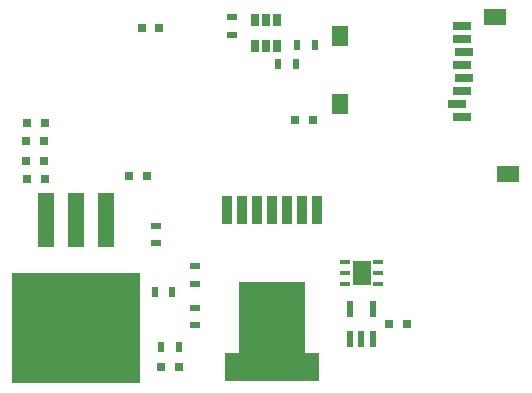
<source format=gbr>
G04 #@! TF.FileFunction,Paste,Bot*
%FSLAX46Y46*%
G04 Gerber Fmt 4.6, Leading zero omitted, Abs format (unit mm)*
G04 Created by KiCad (PCBNEW 4.0.2-stable) date 6/7/2016 9:19:05 AM*
%MOMM*%
G01*
G04 APERTURE LIST*
%ADD10C,0.100000*%
%ADD11R,0.800000X0.750000*%
%ADD12R,1.390000X4.600000*%
%ADD13R,10.800000X9.400000*%
%ADD14R,0.500000X0.900000*%
%ADD15R,0.900000X0.500000*%
%ADD16R,1.501140X0.749300*%
%ADD17R,1.899920X1.399540*%
%ADD18R,1.399540X1.800860*%
%ADD19R,0.650000X1.060000*%
%ADD20R,0.812800X0.406400*%
%ADD21R,1.498600X2.006600*%
%ADD22R,0.558800X1.320800*%
%ADD23R,5.590000X6.350000*%
%ADD24R,0.910000X2.410000*%
%ADD25R,8.000000X2.410000*%
G04 APERTURE END LIST*
D10*
D11*
X66650000Y-69260000D03*
X68150000Y-69260000D03*
X54120000Y-74040000D03*
X52620000Y-74040000D03*
X43905001Y-72785000D03*
X45405001Y-72785000D03*
X43960000Y-69520000D03*
X45460000Y-69520000D03*
X53690000Y-61490000D03*
X55190000Y-61490000D03*
X74610000Y-86560000D03*
X76110000Y-86560000D03*
X45400000Y-71100000D03*
X43900000Y-71100000D03*
X45460000Y-74290000D03*
X43960000Y-74290000D03*
X55350000Y-90160000D03*
X56850000Y-90160000D03*
D12*
X48160000Y-77760000D03*
D13*
X48160000Y-86910000D03*
D12*
X50700000Y-77760000D03*
X45620000Y-77760000D03*
D14*
X65210000Y-64530000D03*
X66710000Y-64530000D03*
D15*
X61310000Y-60590000D03*
X61310000Y-62090000D03*
D14*
X68360000Y-62980000D03*
X66860000Y-62980000D03*
X56270000Y-83880000D03*
X54770000Y-83880000D03*
D15*
X54920000Y-79740000D03*
X54920000Y-78240000D03*
X58180000Y-83150000D03*
X58180000Y-81650000D03*
X58220000Y-85180000D03*
X58220000Y-86680000D03*
D14*
X56820000Y-88480000D03*
X55320000Y-88480000D03*
D16*
X80770000Y-62401080D03*
X80770000Y-61301260D03*
X80970660Y-63500900D03*
X80770000Y-64600720D03*
X80770000Y-69000000D03*
X80371220Y-67900180D03*
X80770000Y-66800360D03*
X80970660Y-65700540D03*
D17*
X83619880Y-60600220D03*
X84719700Y-73848860D03*
D18*
X70470300Y-62149620D03*
X70470300Y-67950980D03*
D19*
X63240000Y-60790000D03*
X64190000Y-60790000D03*
X65140000Y-60790000D03*
X65140000Y-62990000D03*
X63240000Y-62990000D03*
X64190000Y-62990000D03*
D20*
X70923000Y-83209800D03*
X70923000Y-82270000D03*
X70923000Y-81330200D03*
X73717000Y-81330200D03*
X73717000Y-82270000D03*
X73717000Y-83209800D03*
D21*
X72294600Y-82244600D03*
D22*
X73229800Y-87860000D03*
X72290000Y-87860000D03*
X71350200Y-87860000D03*
X71350200Y-85320000D03*
X73229800Y-85320000D03*
D23*
X64730000Y-86170000D03*
D24*
X60920000Y-76945000D03*
X62190000Y-76945000D03*
X63460000Y-76945000D03*
X64730000Y-76945000D03*
X66000000Y-76945000D03*
X67270000Y-76945000D03*
X68540000Y-76945000D03*
D25*
X64730000Y-90170000D03*
M02*

</source>
